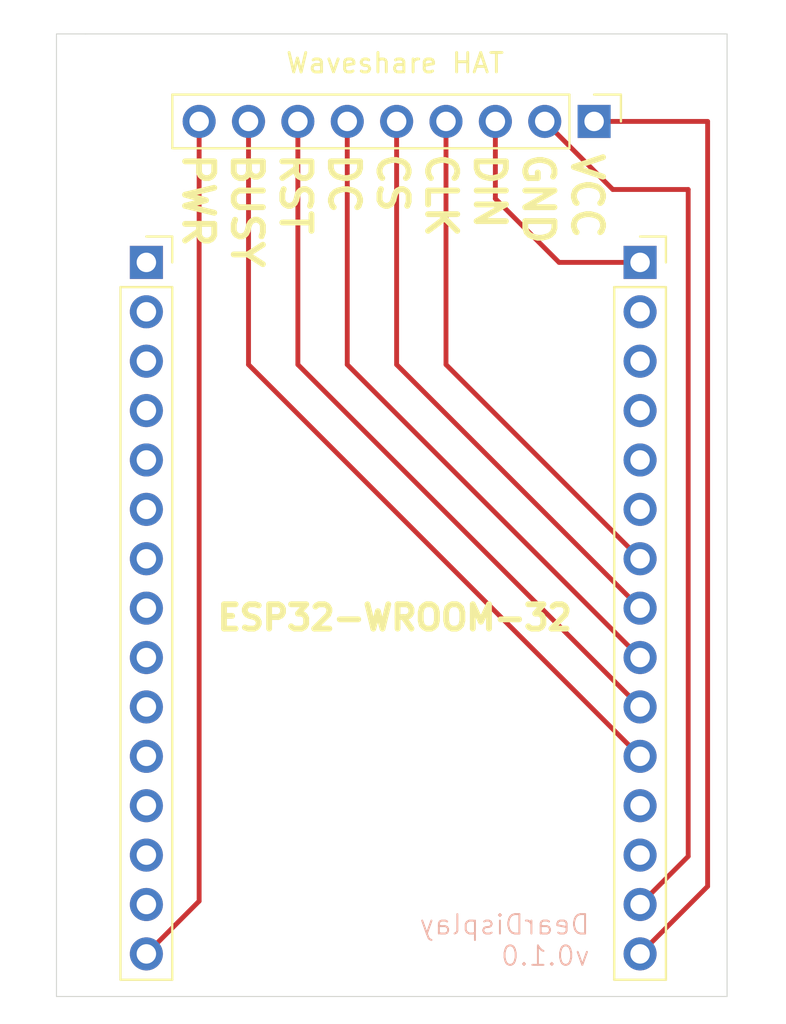
<source format=kicad_pcb>
(kicad_pcb (version 20241229) (generator "pcbnew") (generator_version "9.0")
  (layers (0 "F.Cu" signal) (2 "B.Cu" signal) (13 "F.Paste" user) (15 "B.Paste" user) (5 "F.SilkS" user "F.Silkscreen") (7 "B.SilkS" user "B.Silkscreen") (1 "F.Mask" user) (3 "B.Mask" user) (25 "Edge.Cuts" user))
  (net 0 "")
  (net 1 "Net-(J3-Pin_1)")
  (net 2 "Net-(J3-Pin_7)")
  (net 3 "Net-(J3-Pin_9)")
  (net 4 "Net-(J3-Pin_8)")
  (net 5 "Net-(J3-Pin_3)")
  (net 6 "Net-(J3-Pin_5)")
  (net 7 "Net-(J3-Pin_2)")
  (net 8 "Net-(J3-Pin_6)")
  (net 9 "Net-(J3-Pin_4)")
  (footprint "Connector_PinHeader_2.54mm:PinHeader_1x09_P2.54mm_Vertical" (layer "F.Cu") (at 123.16 67 -90)
    (property "Reference" "Waveshare HAT" (at -3 10.24 180) (layer "F.SilkS"))
    (property "Value" "Conn_01x09_Pin")
    (fp_line (start -1.38 21.7) (end 1.38 21.7) (stroke (width 0.12)) (layer "F.SilkS"))
    (fp_line (start -1.38 1.27) (end -1.38 21.7) (stroke (width 0.12)) (layer "F.SilkS"))
    (fp_line (start -1.38 1.27) (end 1.38 1.27) (stroke (width 0.12)) (layer "F.SilkS"))
    (fp_line (start 1.38 1.27) (end 1.38 21.7) (stroke (width 0.12)) (layer "F.SilkS"))
    (fp_line (start -1.38 0) (end -1.38 -1.38) (stroke (width 0.12)) (layer "F.SilkS"))
    (fp_line (start -1.38 -1.38) (end 0 -1.38) (stroke (width 0.12)) (layer "F.SilkS"))
    (pad "1" thru_hole rect (at 0 0 270) (size 1.7 1.7) (drill 1) (layers "*.Cu" "*.Mask") (net 1 "Net-(J3-Pin_1)"))
    (pad "2" thru_hole circle (at 0 2.54 270) (size 1.7 1.7) (drill 1) (layers "*.Cu" "*.Mask") (net 7 "Net-(J3-Pin_2)"))
    (pad "3" thru_hole circle (at 0 5.08 270) (size 1.7 1.7) (drill 1) (layers "*.Cu" "*.Mask") (net 5 "Net-(J3-Pin_3)"))
    (pad "4" thru_hole circle (at 0 7.62 270) (size 1.7 1.7) (drill 1) (layers "*.Cu" "*.Mask") (net 9 "Net-(J3-Pin_4)"))
    (pad "5" thru_hole circle (at 0 10.16 270) (size 1.7 1.7) (drill 1) (layers "*.Cu" "*.Mask") (net 6 "Net-(J3-Pin_5)"))
    (pad "6" thru_hole circle (at 0 12.7 270) (size 1.7 1.7) (drill 1) (layers "*.Cu" "*.Mask") (net 8 "Net-(J3-Pin_6)"))
    (pad "7" thru_hole circle (at 0 15.24 270) (size 1.7 1.7) (drill 1) (layers "*.Cu" "*.Mask") (net 2 "Net-(J3-Pin_7)"))
    (pad "8" thru_hole circle (at 0 17.78 270) (size 1.7 1.7) (drill 1) (layers "*.Cu" "*.Mask") (net 4 "Net-(J3-Pin_8)"))
    (pad "9" thru_hole circle (at 0 20.32 270) (size 1.7 1.7) (drill 1) (layers "*.Cu" "*.Mask") (net 3 "Net-(J3-Pin_9)"))
  )
  (footprint "Connector_PinSocket_2.54mm:PinSocket_1x15_P2.54mm_Vertical" (layer "F.Cu") (at 100.125 74.25)
    (property "Reference" " " (at 0 -2.77 0) (layer "F.SilkS"))
    (property "Value" "Conn_01x15_Socket")
    (fp_line (start -1.33 1.27) (end -1.33 36.89) (stroke (width 0.12)) (layer "F.SilkS"))
    (fp_line (start -1.33 1.27) (end 1.33 1.27) (stroke (width 0.12)) (layer "F.SilkS"))
    (fp_line (start -1.33 36.89) (end 1.33 36.89) (stroke (width 0.12)) (layer "F.SilkS"))
    (fp_line (start 0 -1.33) (end 1.33 -1.33) (stroke (width 0.12)) (layer "F.SilkS"))
    (fp_line (start 1.33 -1.33) (end 1.33 0) (stroke (width 0.12)) (layer "F.SilkS"))
    (fp_line (start 1.33 1.27) (end 1.33 36.89) (stroke (width 0.12)) (layer "F.SilkS"))
    (pad "1" thru_hole rect (at 0 0) (size 1.7 1.7) (drill 1) (layers "*.Cu" "*.Mask"))
    (pad "2" thru_hole circle (at 0 2.54) (size 1.7 1.7) (drill 1) (layers "*.Cu" "*.Mask"))
    (pad "3" thru_hole circle (at 0 5.08) (size 1.7 1.7) (drill 1) (layers "*.Cu" "*.Mask"))
    (pad "4" thru_hole circle (at 0 7.62) (size 1.7 1.7) (drill 1) (layers "*.Cu" "*.Mask"))
    (pad "5" thru_hole circle (at 0 10.16) (size 1.7 1.7) (drill 1) (layers "*.Cu" "*.Mask"))
    (pad "6" thru_hole circle (at 0 12.7) (size 1.7 1.7) (drill 1) (layers "*.Cu" "*.Mask"))
    (pad "7" thru_hole circle (at 0 15.24) (size 1.7 1.7) (drill 1) (layers "*.Cu" "*.Mask"))
    (pad "8" thru_hole circle (at 0 17.78) (size 1.7 1.7) (drill 1) (layers "*.Cu" "*.Mask"))
    (pad "9" thru_hole circle (at 0 20.32) (size 1.7 1.7) (drill 1) (layers "*.Cu" "*.Mask"))
    (pad "10" thru_hole circle (at 0 22.86) (size 1.7 1.7) (drill 1) (layers "*.Cu" "*.Mask"))
    (pad "11" thru_hole circle (at 0 25.4) (size 1.7 1.7) (drill 1) (layers "*.Cu" "*.Mask"))
    (pad "12" thru_hole circle (at 0 27.94) (size 1.7 1.7) (drill 1) (layers "*.Cu" "*.Mask"))
    (pad "13" thru_hole circle (at 0 30.48) (size 1.7 1.7) (drill 1) (layers "*.Cu" "*.Mask"))
    (pad "14" thru_hole circle (at 0 33.02) (size 1.7 1.7) (drill 1) (layers "*.Cu" "*.Mask"))
    (pad "15" thru_hole circle (at 0 35.56) (size 1.7 1.7) (drill 1) (layers "*.Cu" "*.Mask") (net 3 "Net-(J3-Pin_9)"))
  )
  (footprint "Connector_PinSocket_2.54mm:PinSocket_1x15_P2.54mm_Vertical" (layer "F.Cu") (at 125.525 74.25)
    (property "Reference" " " (at 0 -2.77 0) (layer "F.SilkS"))
    (property "Value" "Conn_01x15_Socket")
    (fp_line (start -1.33 1.27) (end -1.33 36.89) (stroke (width 0.12)) (layer "F.SilkS"))
    (fp_line (start -1.33 1.27) (end 1.33 1.27) (stroke (width 0.12)) (layer "F.SilkS"))
    (fp_line (start -1.33 36.89) (end 1.33 36.89) (stroke (width 0.12)) (layer "F.SilkS"))
    (fp_line (start 0 -1.33) (end 1.33 -1.33) (stroke (width 0.12)) (layer "F.SilkS"))
    (fp_line (start 1.33 -1.33) (end 1.33 0) (stroke (width 0.12)) (layer "F.SilkS"))
    (fp_line (start 1.33 1.27) (end 1.33 36.89) (stroke (width 0.12)) (layer "F.SilkS"))
    (pad "1" thru_hole rect (at 0 0) (size 1.7 1.7) (drill 1) (layers "*.Cu" "*.Mask") (net 5 "Net-(J3-Pin_3)"))
    (pad "2" thru_hole circle (at 0 2.54) (size 1.7 1.7) (drill 1) (layers "*.Cu" "*.Mask"))
    (pad "3" thru_hole circle (at 0 5.08) (size 1.7 1.7) (drill 1) (layers "*.Cu" "*.Mask"))
    (pad "4" thru_hole circle (at 0 7.62) (size 1.7 1.7) (drill 1) (layers "*.Cu" "*.Mask"))
    (pad "5" thru_hole circle (at 0 10.16) (size 1.7 1.7) (drill 1) (layers "*.Cu" "*.Mask"))
    (pad "6" thru_hole circle (at 0 12.7) (size 1.7 1.7) (drill 1) (layers "*.Cu" "*.Mask"))
    (pad "7" thru_hole circle (at 0 15.24) (size 1.7 1.7) (drill 1) (layers "*.Cu" "*.Mask") (net 9 "Net-(J3-Pin_4)"))
    (pad "8" thru_hole circle (at 0 17.78) (size 1.7 1.7) (drill 1) (layers "*.Cu" "*.Mask") (net 6 "Net-(J3-Pin_5)"))
    (pad "9" thru_hole circle (at 0 20.32) (size 1.7 1.7) (drill 1) (layers "*.Cu" "*.Mask") (net 8 "Net-(J3-Pin_6)"))
    (pad "10" thru_hole circle (at 0 22.86) (size 1.7 1.7) (drill 1) (layers "*.Cu" "*.Mask") (net 2 "Net-(J3-Pin_7)"))
    (pad "11" thru_hole circle (at 0 25.4) (size 1.7 1.7) (drill 1) (layers "*.Cu" "*.Mask") (net 4 "Net-(J3-Pin_8)"))
    (pad "12" thru_hole circle (at 0 27.94) (size 1.7 1.7) (drill 1) (layers "*.Cu" "*.Mask"))
    (pad "13" thru_hole circle (at 0 30.48) (size 1.7 1.7) (drill 1) (layers "*.Cu" "*.Mask"))
    (pad "14" thru_hole circle (at 0 33.02) (size 1.7 1.7) (drill 1) (layers "*.Cu" "*.Mask") (net 7 "Net-(J3-Pin_2)"))
    (pad "15" thru_hole circle (at 0 35.56) (size 1.7 1.7) (drill 1) (layers "*.Cu" "*.Mask") (net 1 "Net-(J3-Pin_1)"))
  )
  (gr_line (start 97 62.5) (end 130 62.5) (stroke (width 0.05)) (layer "Edge.Cuts"))
  (gr_line (start 130 62.5) (end 130 112) (stroke (width 0.05)) (layer "Edge.Cuts"))
  (gr_line (start 97 62.5) (end 95.5 62.5) (stroke (width 0.05)) (layer "Edge.Cuts"))
  (gr_line (start 95.5 62.5) (end 95.5 112) (stroke (width 0.05)) (layer "Edge.Cuts"))
  (gr_line (start 95.5 112) (end 130 112) (stroke (width 0.05)) (layer "Edge.Cuts"))
  (gr_text "CLK" (at 114.42 68.5 270) (layer "F.SilkS") (effects (font (size 1.5 1.5) (thickness 0.3) (bold yes)) (justify left bottom)))
  (gr_text "RST" (at 106.92 68.5 270) (layer "F.SilkS") (effects (font (size 1.5 1.5) (thickness 0.3) (bold yes)) (justify left bottom)))
  (gr_text "DIN" (at 116.92 68.5 270) (layer "F.SilkS") (effects (font (size 1.5 1.5) (thickness 0.3) (bold yes)) (justify left bottom)))
  (gr_text "BUSY" (at 104.42 68.5 270) (layer "F.SilkS") (effects (font (size 1.5 1.5) (thickness 0.3) (bold yes)) (justify left bottom)))
  (gr_text "DC" (at 109.42 68.5 270) (layer "F.SilkS") (effects (font (size 1.5 1.5) (thickness 0.3) (bold yes)) (justify left bottom)))
  (gr_text "ESP32-WROOM-32" (at 103.625 93.25 0) (layer "F.SilkS") (effects (font (size 1.25 1.25) (thickness 0.3) (bold yes)) (justify left bottom)))
  (gr_text "GND" (at 119.42 68.5 270) (layer "F.SilkS") (effects (font (size 1.5 1.5) (thickness 0.3) (bold yes)) (justify left bottom)))
  (gr_text "CS" (at 111.92 68.5 270) (layer "F.SilkS") (effects (font (size 1.5 1.5) (thickness 0.3) (bold yes)) (justify left bottom)))
  (gr_text "PWR" (at 101.92 68.5 270) (layer "F.SilkS") (effects (font (size 1.5 1.5) (thickness 0.3) (bold yes)) (justify left bottom)))
  (gr_text "VCC" (at 121.92 68.5 270) (layer "F.SilkS") (effects (font (size 1.5 1.5) (thickness 0.3) (bold yes)) (justify left bottom)))
  (gr_text "DearDisplay\nv0.1.0" (at 123 110.5 0) (layer "B.SilkS") (effects (font (size 1 1) (thickness 0.1)) (justify left bottom mirror)))
  (segment (start 125.525 109.81) (end 129 106.335) (width 0.25) (layer "F.Cu") (net 1))
  (segment (start 129 67) (end 123.16 67) (width 0.25) (layer "F.Cu") (net 1))
  (segment (start 129 106.335) (end 129 67) (width 0.25) (layer "F.Cu") (net 1))
  (segment (start 125.525 97.11) (end 107.92 79.505) (width 0.25) (layer "F.Cu") (net 2))
  (segment (start 107.92 79.505) (end 107.92 67) (width 0.25) (layer "F.Cu") (net 2))
  (segment (start 102.84 107.095) (end 102.84 67) (width 0.25) (layer "F.Cu") (net 3))
  (segment (start 100.125 109.81) (end 102.84 107.095) (width 0.25) (layer "F.Cu") (net 3))
  (segment (start 105.38 79.505) (end 105.38 67) (width 0.25) (layer "F.Cu") (net 4))
  (segment (start 125.525 99.65) (end 105.38 79.505) (width 0.25) (layer "F.Cu") (net 4))
  (segment (start 118.08 67) (end 118.08 70.97276) (width 0.25) (layer "F.Cu") (net 5))
  (segment (start 125.525 74.25) (end 125.5 74.225) (width 0.2) (layer "F.Cu") (net 5))
  (segment (start 118.08 70.97276) (end 121.35724 74.25) (width 0.25) (layer "F.Cu") (net 5))
  (segment (start 121.35724 74.25) (end 125.525 74.25) (width 0.25) (layer "F.Cu") (net 5))
  (segment (start 113 79.505) (end 113 67) (width 0.25) (layer "F.Cu") (net 6))
  (segment (start 125.525 92.03) (end 125.525 92.025) (width 0.2) (layer "F.Cu") (net 6))
  (segment (start 125.525 92.03) (end 113 79.505) (width 0.25) (layer "F.Cu") (net 6))
  (segment (start 125.525 107.27) (end 128 104.795) (width 0.25) (layer "F.Cu") (net 7))
  (segment (start 124.12 70.5) (end 120.62 67) (width 0.25) (layer "F.Cu") (net 7))
  (segment (start 128 104.795) (end 128 70.5) (width 0.25) (layer "F.Cu") (net 7))
  (segment (start 128 70.5) (end 124.12 70.5) (width 0.25) (layer "F.Cu") (net 7))
  (segment (start 110.46 79.505) (end 110.46 67) (width 0.25) (layer "F.Cu") (net 8))
  (segment (start 125.525 94.57) (end 110.46 79.505) (width 0.25) (layer "F.Cu") (net 8))
  (segment (start 125.525 89.49) (end 115.54 79.505) (width 0.25) (layer "F.Cu") (net 9))
  (segment (start 115.54 79.505) (end 115.54 67) (width 0.25) (layer "F.Cu") (net 9))
)
</source>
